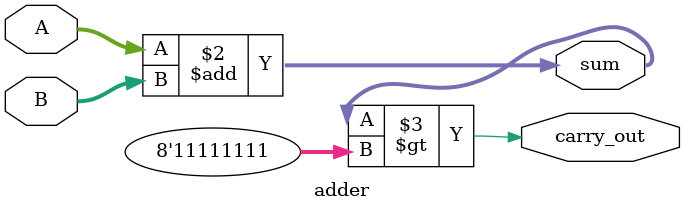
<source format=v>
module adder(
  input [7:0] A, B,
  output reg [7:0] sum,
  output reg carry_out
);

  always @(*) begin
    sum = A + B;
    carry_out = (sum > 8'hFF);
  end

endmodule
</source>
